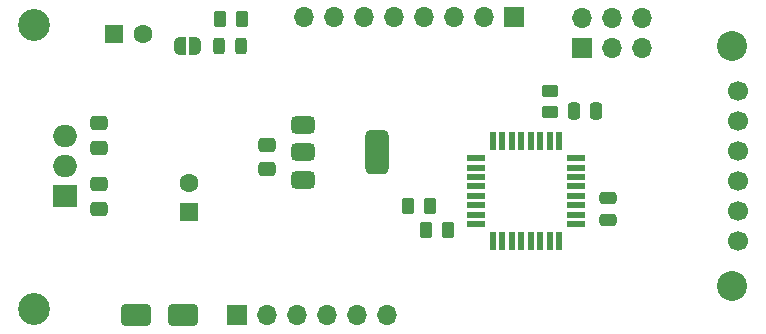
<source format=gbr>
%TF.GenerationSoftware,KiCad,Pcbnew,8.0.1*%
%TF.CreationDate,2024-04-26T19:33:57+02:00*%
%TF.ProjectId,lps-1,6c70732d-312e-46b6-9963-61645f706362,1.01*%
%TF.SameCoordinates,Original*%
%TF.FileFunction,Soldermask,Top*%
%TF.FilePolarity,Negative*%
%FSLAX46Y46*%
G04 Gerber Fmt 4.6, Leading zero omitted, Abs format (unit mm)*
G04 Created by KiCad (PCBNEW 8.0.1) date 2024-04-26 19:33:57*
%MOMM*%
%LPD*%
G01*
G04 APERTURE LIST*
G04 Aperture macros list*
%AMRoundRect*
0 Rectangle with rounded corners*
0 $1 Rounding radius*
0 $2 $3 $4 $5 $6 $7 $8 $9 X,Y pos of 4 corners*
0 Add a 4 corners polygon primitive as box body*
4,1,4,$2,$3,$4,$5,$6,$7,$8,$9,$2,$3,0*
0 Add four circle primitives for the rounded corners*
1,1,$1+$1,$2,$3*
1,1,$1+$1,$4,$5*
1,1,$1+$1,$6,$7*
1,1,$1+$1,$8,$9*
0 Add four rect primitives between the rounded corners*
20,1,$1+$1,$2,$3,$4,$5,0*
20,1,$1+$1,$4,$5,$6,$7,0*
20,1,$1+$1,$6,$7,$8,$9,0*
20,1,$1+$1,$8,$9,$2,$3,0*%
%AMFreePoly0*
4,1,19,0.500000,-0.750000,0.000000,-0.750000,0.000000,-0.744911,-0.071157,-0.744911,-0.207708,-0.704816,-0.327430,-0.627875,-0.420627,-0.520320,-0.479746,-0.390866,-0.500000,-0.250000,-0.500000,0.250000,-0.479746,0.390866,-0.420627,0.520320,-0.327430,0.627875,-0.207708,0.704816,-0.071157,0.744911,0.000000,0.744911,0.000000,0.750000,0.500000,0.750000,0.500000,-0.750000,0.500000,-0.750000,
$1*%
%AMFreePoly1*
4,1,19,0.000000,0.744911,0.071157,0.744911,0.207708,0.704816,0.327430,0.627875,0.420627,0.520320,0.479746,0.390866,0.500000,0.250000,0.500000,-0.250000,0.479746,-0.390866,0.420627,-0.520320,0.327430,-0.627875,0.207708,-0.704816,0.071157,-0.744911,0.000000,-0.744911,0.000000,-0.750000,-0.500000,-0.750000,-0.500000,0.750000,0.000000,0.750000,0.000000,0.744911,0.000000,0.744911,
$1*%
G04 Aperture macros list end*
%ADD10RoundRect,0.250000X0.475000X-0.337500X0.475000X0.337500X-0.475000X0.337500X-0.475000X-0.337500X0*%
%ADD11RoundRect,0.250000X0.450000X-0.262500X0.450000X0.262500X-0.450000X0.262500X-0.450000X-0.262500X0*%
%ADD12C,2.540000*%
%ADD13C,1.700000*%
%ADD14FreePoly0,180.000000*%
%ADD15FreePoly1,180.000000*%
%ADD16C,2.700000*%
%ADD17RoundRect,0.250000X0.262500X0.450000X-0.262500X0.450000X-0.262500X-0.450000X0.262500X-0.450000X0*%
%ADD18R,2.000000X1.905000*%
%ADD19O,2.000000X1.905000*%
%ADD20RoundRect,0.375000X-0.625000X-0.375000X0.625000X-0.375000X0.625000X0.375000X-0.625000X0.375000X0*%
%ADD21RoundRect,0.500000X-0.500000X-1.400000X0.500000X-1.400000X0.500000X1.400000X-0.500000X1.400000X0*%
%ADD22R,1.700000X1.700000*%
%ADD23O,1.700000X1.700000*%
%ADD24RoundRect,0.250000X-0.250000X-0.475000X0.250000X-0.475000X0.250000X0.475000X-0.250000X0.475000X0*%
%ADD25R,1.600000X1.600000*%
%ADD26C,1.600000*%
%ADD27RoundRect,0.250000X-0.475000X0.337500X-0.475000X-0.337500X0.475000X-0.337500X0.475000X0.337500X0*%
%ADD28RoundRect,0.250000X-1.000000X-0.650000X1.000000X-0.650000X1.000000X0.650000X-1.000000X0.650000X0*%
%ADD29RoundRect,0.243750X0.243750X0.456250X-0.243750X0.456250X-0.243750X-0.456250X0.243750X-0.456250X0*%
%ADD30R,1.600000X0.550000*%
%ADD31R,0.550000X1.600000*%
%ADD32RoundRect,0.250000X0.475000X-0.250000X0.475000X0.250000X-0.475000X0.250000X-0.475000X-0.250000X0*%
G04 APERTURE END LIST*
D10*
%TO.C,C4*%
X71500000Y-73500000D03*
X71500000Y-71425000D03*
%TD*%
%TO.C,C7*%
X85675000Y-70162500D03*
X85675000Y-68087500D03*
%TD*%
D11*
%TO.C,R2*%
X109625000Y-65330000D03*
X109625000Y-63505000D03*
%TD*%
D12*
%TO.C,J4*%
X125032000Y-80060000D03*
X125032000Y-59740000D03*
D13*
X125540000Y-63550000D03*
X125540000Y-66090000D03*
X125540000Y-68630000D03*
X125540000Y-71170000D03*
X125540000Y-73710000D03*
X125540000Y-76250000D03*
%TD*%
D14*
%TO.C,JP1*%
X79587501Y-59725000D03*
D15*
X78287501Y-59725000D03*
%TD*%
D16*
%TO.C,H4*%
X65975000Y-57975000D03*
%TD*%
D17*
%TO.C,R4*%
X100987500Y-75325000D03*
X99162500Y-75325000D03*
%TD*%
D18*
%TO.C,U1*%
X68550000Y-72379999D03*
D19*
X68550000Y-69839999D03*
X68550000Y-67299999D03*
%TD*%
D20*
%TO.C,U3*%
X88725000Y-66425000D03*
X88725000Y-68725000D03*
D21*
X95025000Y-68725000D03*
D20*
X88725000Y-71025000D03*
%TD*%
D22*
%TO.C,J5*%
X112375000Y-59905000D03*
D23*
X112375000Y-57365000D03*
X114915000Y-59905000D03*
X114915000Y-57365000D03*
X117455000Y-59905000D03*
X117455000Y-57365000D03*
%TD*%
D24*
%TO.C,C2*%
X111675000Y-65255000D03*
X113575000Y-65255000D03*
%TD*%
D25*
%TO.C,C6*%
X72700000Y-58700000D03*
D26*
X75200000Y-58700000D03*
%TD*%
D22*
%TO.C,J6*%
X106630000Y-57290000D03*
D23*
X104090000Y-57290000D03*
X101550000Y-57290000D03*
X99010000Y-57290000D03*
X96470000Y-57290000D03*
X93930000Y-57290000D03*
X91390000Y-57290000D03*
X88850000Y-57290000D03*
%TD*%
D17*
%TO.C,R3*%
X99475000Y-73225000D03*
X97650000Y-73225000D03*
%TD*%
D27*
%TO.C,C5*%
X71500000Y-66262500D03*
X71500000Y-68337500D03*
%TD*%
D28*
%TO.C,D1*%
X74600000Y-82525000D03*
X78600000Y-82525000D03*
%TD*%
D25*
%TO.C,C1*%
X79098257Y-73796363D03*
D26*
X79098257Y-71296363D03*
%TD*%
D29*
%TO.C,D2*%
X83525000Y-59725000D03*
X81650000Y-59725000D03*
%TD*%
D16*
%TO.C,H3*%
X65975000Y-82025000D03*
%TD*%
D22*
%TO.C,J15*%
X83125000Y-82500000D03*
D23*
X85665000Y-82500000D03*
X88205000Y-82500000D03*
X90745000Y-82500000D03*
X93285000Y-82500000D03*
X95825000Y-82500000D03*
%TD*%
D30*
%TO.C,U2*%
X103375000Y-69205000D03*
X103375000Y-70005000D03*
X103375000Y-70805000D03*
X103375000Y-71605000D03*
X103375000Y-72405000D03*
X103375000Y-73205000D03*
X103375000Y-74005000D03*
X103375000Y-74805000D03*
D31*
X104825000Y-76255000D03*
X105625000Y-76255000D03*
X106425000Y-76255000D03*
X107225000Y-76255000D03*
X108025000Y-76255000D03*
X108825000Y-76255000D03*
X109625000Y-76255000D03*
X110425000Y-76255000D03*
D30*
X111875000Y-74805000D03*
X111875000Y-74005000D03*
X111875000Y-73205000D03*
X111875000Y-72405000D03*
X111875000Y-71605000D03*
X111875000Y-70805000D03*
X111875000Y-70005000D03*
X111875000Y-69205000D03*
D31*
X110425000Y-67755000D03*
X109625000Y-67755000D03*
X108825000Y-67755000D03*
X108025000Y-67755000D03*
X107225000Y-67755000D03*
X106425000Y-67755000D03*
X105625000Y-67755000D03*
X104825000Y-67755000D03*
%TD*%
D32*
%TO.C,C3*%
X114575000Y-74455000D03*
X114575000Y-72555000D03*
%TD*%
D17*
%TO.C,R1*%
X83565972Y-57396336D03*
X81740972Y-57396336D03*
%TD*%
M02*

</source>
